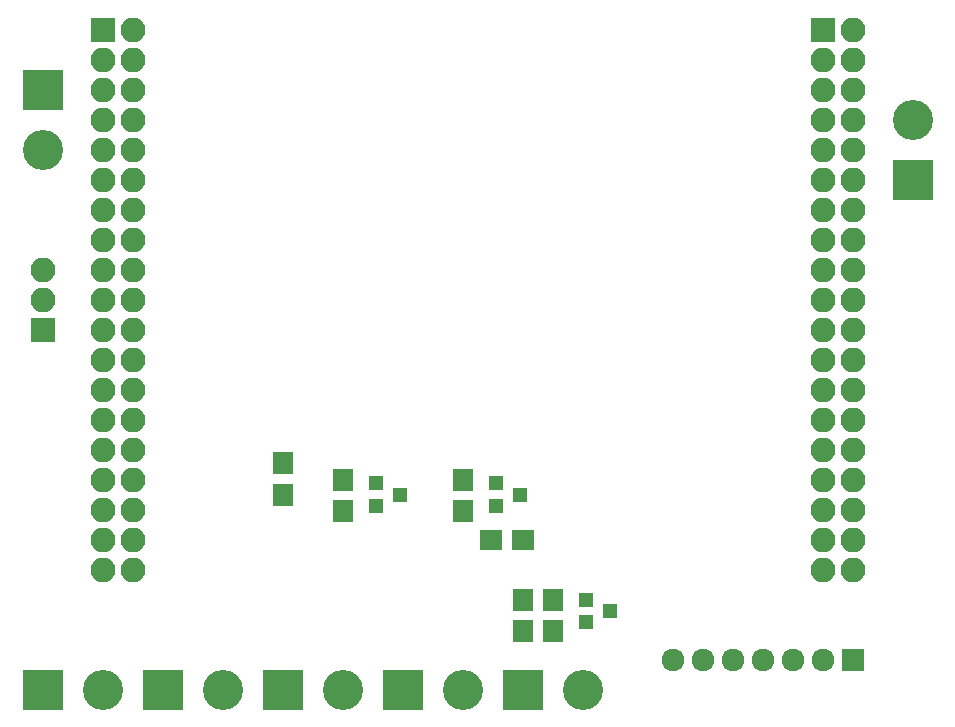
<source format=gbs>
G04 #@! TF.GenerationSoftware,KiCad,Pcbnew,5.1.5*
G04 #@! TF.CreationDate,2020-04-17T16:14:37+02:00*
G04 #@! TF.ProjectId,eco_nucleo64_interconnect,65636f5f-6e75-4636-9c65-6f36345f696e,rev?*
G04 #@! TF.SameCoordinates,Original*
G04 #@! TF.FileFunction,Soldermask,Bot*
G04 #@! TF.FilePolarity,Negative*
%FSLAX46Y46*%
G04 Gerber Fmt 4.6, Leading zero omitted, Abs format (unit mm)*
G04 Created by KiCad (PCBNEW 5.1.5) date 2020-04-17 16:14:37*
%MOMM*%
%LPD*%
G04 APERTURE LIST*
%ADD10C,3.400000*%
%ADD11R,3.400000X3.400000*%
%ADD12R,1.700000X1.900000*%
%ADD13R,1.300000X1.200000*%
%ADD14R,2.100000X2.100000*%
%ADD15O,2.100000X2.100000*%
%ADD16R,1.924000X1.924000*%
%ADD17C,1.924000*%
%ADD18R,1.900000X1.700000*%
G04 APERTURE END LIST*
D10*
X139134000Y-133751000D03*
D11*
X134054000Y-133751000D03*
X144214000Y-133751000D03*
D10*
X149294000Y-133751000D03*
D12*
X123894000Y-114541000D03*
X123894000Y-117241000D03*
X144214000Y-126131000D03*
X144214000Y-128831000D03*
X146754000Y-128831000D03*
X146754000Y-126131000D03*
X128974000Y-118671000D03*
X128974000Y-115971000D03*
D13*
X133784000Y-117241000D03*
X131784000Y-116291000D03*
X131784000Y-118191000D03*
X149564000Y-128031000D03*
X149564000Y-126131000D03*
X151564000Y-127081000D03*
D14*
X103574000Y-103271000D03*
D15*
X103574000Y-100731000D03*
X103574000Y-98191000D03*
D16*
X172154000Y-131211000D03*
D17*
X169614000Y-131211000D03*
X167074000Y-131211000D03*
X164534000Y-131211000D03*
X161994000Y-131211000D03*
X159454000Y-131211000D03*
X156914000Y-131211000D03*
D10*
X108654000Y-133751000D03*
D11*
X103574000Y-133751000D03*
D10*
X128974000Y-133751000D03*
D11*
X123894000Y-133751000D03*
X113734000Y-133751000D03*
D10*
X118814000Y-133751000D03*
D13*
X141944000Y-118191000D03*
X141944000Y-116291000D03*
X143944000Y-117241000D03*
D15*
X172154000Y-123591000D03*
X169614000Y-123591000D03*
X172154000Y-121051000D03*
X169614000Y-121051000D03*
X172154000Y-118511000D03*
X169614000Y-118511000D03*
X172154000Y-115971000D03*
X169614000Y-115971000D03*
X172154000Y-113431000D03*
X169614000Y-113431000D03*
X172154000Y-110891000D03*
X169614000Y-110891000D03*
X172154000Y-108351000D03*
X169614000Y-108351000D03*
X172154000Y-105811000D03*
X169614000Y-105811000D03*
X172154000Y-103271000D03*
X169614000Y-103271000D03*
X172154000Y-100731000D03*
X169614000Y-100731000D03*
X172154000Y-98191000D03*
X169614000Y-98191000D03*
X172154000Y-95651000D03*
X169614000Y-95651000D03*
X172154000Y-93111000D03*
X169614000Y-93111000D03*
X172154000Y-90571000D03*
X169614000Y-90571000D03*
X172154000Y-88031000D03*
X169614000Y-88031000D03*
X172154000Y-85491000D03*
X169614000Y-85491000D03*
X172154000Y-82951000D03*
X169614000Y-82951000D03*
X172154000Y-80411000D03*
X169614000Y-80411000D03*
X172154000Y-77871000D03*
D14*
X169614000Y-77871000D03*
X108654000Y-77871000D03*
D15*
X111194000Y-77871000D03*
X108654000Y-80411000D03*
X111194000Y-80411000D03*
X108654000Y-82951000D03*
X111194000Y-82951000D03*
X108654000Y-85491000D03*
X111194000Y-85491000D03*
X108654000Y-88031000D03*
X111194000Y-88031000D03*
X108654000Y-90571000D03*
X111194000Y-90571000D03*
X108654000Y-93111000D03*
X111194000Y-93111000D03*
X108654000Y-95651000D03*
X111194000Y-95651000D03*
X108654000Y-98191000D03*
X111194000Y-98191000D03*
X108654000Y-100731000D03*
X111194000Y-100731000D03*
X108654000Y-103271000D03*
X111194000Y-103271000D03*
X108654000Y-105811000D03*
X111194000Y-105811000D03*
X108654000Y-108351000D03*
X111194000Y-108351000D03*
X108654000Y-110891000D03*
X111194000Y-110891000D03*
X108654000Y-113431000D03*
X111194000Y-113431000D03*
X108654000Y-115971000D03*
X111194000Y-115971000D03*
X108654000Y-118511000D03*
X111194000Y-118511000D03*
X108654000Y-121051000D03*
X111194000Y-121051000D03*
X108654000Y-123591000D03*
X111194000Y-123591000D03*
D12*
X139134000Y-115971000D03*
X139134000Y-118671000D03*
D18*
X141514000Y-121051000D03*
X144214000Y-121051000D03*
D11*
X103574000Y-82951000D03*
D10*
X103574000Y-88031000D03*
D11*
X177234000Y-90571000D03*
D10*
X177234000Y-85491000D03*
M02*

</source>
